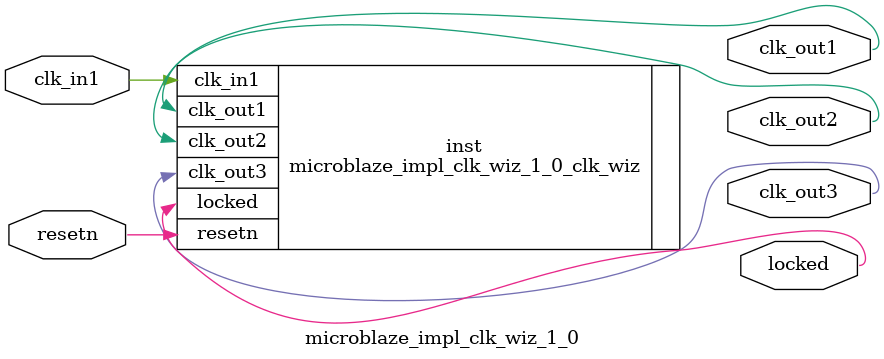
<source format=v>


`timescale 1ps/1ps

(* CORE_GENERATION_INFO = "microblaze_impl_clk_wiz_1_0,clk_wiz_v5_4_3_0,{component_name=microblaze_impl_clk_wiz_1_0,use_phase_alignment=true,use_min_o_jitter=false,use_max_i_jitter=false,use_dyn_phase_shift=false,use_inclk_switchover=false,use_dyn_reconfig=false,enable_axi=0,feedback_source=FDBK_AUTO,PRIMITIVE=MMCM,num_out_clk=3,clkin1_period=10.000,clkin2_period=10.000,use_power_down=false,use_reset=true,use_locked=true,use_inclk_stopped=false,feedback_type=SINGLE,CLOCK_MGR_TYPE=NA,manual_override=false}" *)

module microblaze_impl_clk_wiz_1_0 
 (
  // Clock out ports
  output        clk_out1,
  output        clk_out2,
  output        clk_out3,
  // Status and control signals
  input         resetn,
  output        locked,
 // Clock in ports
  input         clk_in1
 );

  microblaze_impl_clk_wiz_1_0_clk_wiz inst
  (
  // Clock out ports  
  .clk_out1(clk_out1),
  .clk_out2(clk_out2),
  .clk_out3(clk_out3),
  // Status and control signals               
  .resetn(resetn), 
  .locked(locked),
 // Clock in ports
  .clk_in1(clk_in1)
  );

endmodule

</source>
